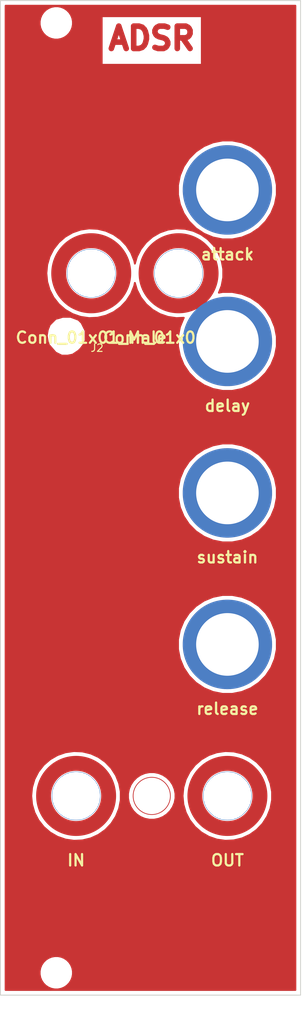
<source format=kicad_pcb>
(kicad_pcb (version 20171130) (host pcbnew 5.1.4-e60b266~84~ubuntu19.04.1)

  (general
    (thickness 1.6)
    (drawings 6)
    (tracks 0)
    (zones 0)
    (modules 13)
    (nets 1)
  )

  (page A4)
  (layers
    (0 F.Cu signal)
    (31 B.Cu signal)
    (32 B.Adhes user)
    (33 F.Adhes user)
    (34 B.Paste user)
    (35 F.Paste user)
    (36 B.SilkS user)
    (37 F.SilkS user)
    (38 B.Mask user)
    (39 F.Mask user)
    (40 Dwgs.User user)
    (41 Cmts.User user)
    (42 Eco1.User user)
    (43 Eco2.User user)
    (44 Edge.Cuts user)
    (45 Margin user)
    (46 B.CrtYd user)
    (47 F.CrtYd user)
    (48 B.Fab user)
    (49 F.Fab user)
  )

  (setup
    (last_trace_width 0.25)
    (trace_clearance 0.2)
    (zone_clearance 0.508)
    (zone_45_only no)
    (trace_min 0.2)
    (via_size 0.8)
    (via_drill 0.4)
    (via_min_size 0.4)
    (via_min_drill 0.3)
    (uvia_size 0.3)
    (uvia_drill 0.1)
    (uvias_allowed no)
    (uvia_min_size 0.2)
    (uvia_min_drill 0.1)
    (edge_width 0.05)
    (segment_width 0.2)
    (pcb_text_width 0.3)
    (pcb_text_size 1.5 1.5)
    (mod_edge_width 0.12)
    (mod_text_size 1 1)
    (mod_text_width 0.15)
    (pad_size 12 12)
    (pad_drill 8.4)
    (pad_to_mask_clearance 0.051)
    (solder_mask_min_width 0.25)
    (aux_axis_origin 0 0)
    (visible_elements FFFFFF7F)
    (pcbplotparams
      (layerselection 0x010fc_ffffffff)
      (usegerberextensions false)
      (usegerberattributes false)
      (usegerberadvancedattributes false)
      (creategerberjobfile false)
      (excludeedgelayer true)
      (linewidth 0.100000)
      (plotframeref false)
      (viasonmask false)
      (mode 1)
      (useauxorigin false)
      (hpglpennumber 1)
      (hpglpenspeed 20)
      (hpglpendiameter 15.000000)
      (psnegative false)
      (psa4output false)
      (plotreference true)
      (plotvalue true)
      (plotinvisibletext false)
      (padsonsilk false)
      (subtractmaskfromsilk false)
      (outputformat 1)
      (mirror false)
      (drillshape 1)
      (scaleselection 1)
      (outputdirectory ""))
  )

  (net 0 "")

  (net_class Default "This is the default net class."
    (clearance 0.2)
    (trace_width 0.25)
    (via_dia 0.8)
    (via_drill 0.4)
    (uvia_dia 0.3)
    (uvia_drill 0.1)
  )

  (module elektrophon:SWITCH_HOLE (layer F.Cu) (tedit 5D6292B0) (tstamp 5D6305A7)
    (at 49.322 61.976)
    (path /5D62FAC6)
    (fp_text reference J4 (at 0 -6.604) (layer F.SilkS) hide
      (effects (font (size 1 1) (thickness 0.15)))
    )
    (fp_text value Conn_01x01_Male (at 0 8.636) (layer F.SilkS)
      (effects (font (size 1.524 1.524) (thickness 0.3)))
    )
    (fp_circle (center 0 0) (end 4.369981 0) (layer F.Cu) (width 2))
    (pad "" thru_hole circle (at 0 0) (size 6.5 6.5) (drill 6.4) (layers *.Cu *.Mask)
      (zone_connect 0))
    (model "/home/etienne/Projects/elektrophon/lib/kicad/models/SPDT Toggle Switch.stp"
      (offset (xyz 12.5 3.5 -11.5))
      (scale (xyz 1 1 1))
      (rotate (xyz -90 0 0))
    )
  )

  (module elektrophon:LED_Monitor (layer F.Cu) (tedit 5D62B726) (tstamp 5D6305A1)
    (at 34.238051 70.351283)
    (descr "Imported from LED Monitor.svg")
    (tags svg2mod)
    (path /5D62F2A4)
    (zone_connect 2)
    (attr smd)
    (fp_text reference J3 (at 0 -5.054774) (layer F.SilkS) hide
      (effects (font (size 1.524 1.524) (thickness 0.3048)))
    )
    (fp_text value Conn_01x01_Male (at 0 5.054774) (layer F.SilkS) hide
      (effects (font (size 1.524 1.524) (thickness 0.3048)))
    )
    (pad 1 connect custom (at 0 0) (size 5 5) (layers *.Mask)
      (zone_connect 2)
      (options (clearance outline) (anchor circle))
      (primitives
        (gr_circle (center 0 0) (end 2.286 0) (width 0.1))
      ))
  )

  (module "elektrophon:LED Monitor" (layer F.Cu) (tedit 5D626FB3) (tstamp 5D63059A)
    (at 38.377019 69.461019)
    (path /5D62F7DE)
    (fp_text reference J2 (at 0 2.54) (layer F.SilkS)
      (effects (font (size 1 1) (thickness 0.15)))
    )
    (fp_text value Conn_01x01_Male (at 0 -2.54) (layer F.Fab)
      (effects (font (size 1 1) (thickness 0.15)))
    )
    (fp_circle (center 0 0) (end 0.75 0) (layer B.Mask) (width 0.75))
    (fp_circle (center 0 0) (end 0.75 0) (layer F.Mask) (width 0.75))
  )

  (module elektrophon:JACK_HOLE (layer F.Cu) (tedit 5D6241AD) (tstamp 5D630594)
    (at 37.592 61.976)
    (path /5D62EC9E)
    (fp_text reference J1 (at 0 -6.604) (layer F.SilkS) hide
      (effects (font (size 1 1) (thickness 0.15)))
    )
    (fp_text value Conn_01x01_Male (at 0 8.636) (layer F.SilkS)
      (effects (font (size 1.524 1.524) (thickness 0.3)))
    )
    (fp_circle (center 0 0) (end 4.369981 0) (layer F.Cu) (width 2))
    (pad "" thru_hole circle (at 0 0) (size 6.5 6.5) (drill 6.4) (layers *.Cu *.Mask)
      (zone_connect 0))
    (model "/home/etienne/Projects/elektrophon/lib/kicad/models/PJ301M-12 Thonkiconn v0.2.stp"
      (offset (xyz 0 1 -11))
      (scale (xyz 1 1 1))
      (rotate (xyz 0 0 0))
    )
  )

  (module elektrophon:LED_Monitor (layer F.Cu) (tedit 5D62B726) (tstamp 5D62C489)
    (at 45.72 132.08)
    (descr "Imported from LED Monitor.svg")
    (tags svg2mod)
    (zone_connect 2)
    (attr smd)
    (fp_text reference svg2mod (at 0 -8.240009) (layer F.SilkS) hide
      (effects (font (size 1.524 1.524) (thickness 0.3048)))
    )
    (fp_text value G*** (at 0 8.240009) (layer F.SilkS) hide
      (effects (font (size 1.524 1.524) (thickness 0.3048)))
    )
    (pad 1 connect custom (at 0 0) (size 5 5) (layers *.Mask)
      (zone_connect 2)
      (options (clearance outline) (anchor circle))
      (primitives
        (gr_circle (center 0 0) (end 2.286 0) (width 0.1))
      ))
  )

  (module elektrophon:pot_mask (layer F.Cu) (tedit 5D628A2E) (tstamp 5D59F607)
    (at 55.88 111.76)
    (descr "Imported from pot-mask.svg")
    (tags svg2mod)
    (attr smd)
    (fp_text reference "" (at 0 -10.16) (layer F.SilkS) hide
      (effects (font (size 1.524 1.524) (thickness 0.3048)))
    )
    (fp_text value release (at 0 8.636) (layer F.SilkS)
      (effects (font (size 1.524 1.524) (thickness 0.3048)))
    )
    (fp_arc (start 0 0) (end 4.064 7.112) (angle -300) (layer F.Mask) (width 1))
    (pad "" np_thru_hole circle (at 0 0) (size 12 12) (drill 8.4) (layers *.Cu *.Mask))
    (model "/home/etienne/Projects/elektrophon/lib/kicad/models/chroma cap.step"
      (offset (xyz 0 0 8))
      (scale (xyz 1 1 1))
      (rotate (xyz -90 0 0))
    )
  )

  (module MountingHole:MountingHole_3.2mm_M3_DIN965 (layer F.Cu) (tedit 56D1B4CB) (tstamp 5D628F94)
    (at 32.9 155.8)
    (descr "Mounting Hole 3.2mm, no annular, M3, DIN965")
    (tags "mounting hole 3.2mm no annular m3 din965")
    (attr virtual)
    (fp_text reference REF** (at 0 -3.8) (layer F.SilkS) hide
      (effects (font (size 1 1) (thickness 0.15)))
    )
    (fp_text value MountingHole_3.2mm_M3_DIN965 (at 0 3.8) (layer F.Fab) hide
      (effects (font (size 1 1) (thickness 0.15)))
    )
    (fp_circle (center 0 0) (end 3.05 0) (layer F.CrtYd) (width 0.05))
    (fp_circle (center 0 0) (end 2.8 0) (layer Cmts.User) (width 0.15))
    (fp_text user %R (at 0.3 0) (layer F.Fab)
      (effects (font (size 1 1) (thickness 0.15)))
    )
    (pad 1 np_thru_hole circle (at 0 0) (size 3.2 3.2) (drill 3.2) (layers *.Cu *.Mask))
  )

  (module MountingHole:MountingHole_3.2mm_M3_DIN965 (layer F.Cu) (tedit 56D1B4CB) (tstamp 5D628F5A)
    (at 32.9 28.4)
    (descr "Mounting Hole 3.2mm, no annular, M3, DIN965")
    (tags "mounting hole 3.2mm no annular m3 din965")
    (attr virtual)
    (fp_text reference REF** (at 0 -3.8) (layer F.SilkS) hide
      (effects (font (size 1 1) (thickness 0.15)))
    )
    (fp_text value MountingHole_3.2mm_M3_DIN965 (at 0 3.8) (layer F.Fab) hide
      (effects (font (size 1 1) (thickness 0.15)))
    )
    (fp_circle (center 0 0) (end 3.05 0) (layer F.CrtYd) (width 0.05))
    (fp_circle (center 0 0) (end 2.8 0) (layer Cmts.User) (width 0.15))
    (fp_text user %R (at 0.3 0) (layer F.Fab)
      (effects (font (size 1 1) (thickness 0.15)))
    )
    (pad 1 np_thru_hole circle (at 0 0) (size 3.2 3.2) (drill 3.2) (layers *.Cu *.Mask))
  )

  (module elektrophon:pot_mask (layer F.Cu) (tedit 5D628A2E) (tstamp 5D59B564)
    (at 55.88 50.8)
    (descr "Imported from pot-mask.svg")
    (tags svg2mod)
    (attr smd)
    (fp_text reference svg2mod (at 0 -10.16) (layer F.SilkS) hide
      (effects (font (size 1.524 1.524) (thickness 0.3048)))
    )
    (fp_text value attack (at 0 8.636) (layer F.SilkS)
      (effects (font (size 1.524 1.524) (thickness 0.3048)))
    )
    (fp_arc (start 0 0) (end 4.064 7.112) (angle -300) (layer F.Mask) (width 1))
    (pad "" np_thru_hole circle (at 0 0) (size 12 12) (drill 8.4) (layers *.Cu *.Mask))
    (model "/home/etienne/Projects/elektrophon/lib/kicad/models/chroma cap.step"
      (offset (xyz 0 0 8))
      (scale (xyz 1 1 1))
      (rotate (xyz -90 0 0))
    )
  )

  (module elektrophon:pot_mask (layer F.Cu) (tedit 5D628A2E) (tstamp 5D59ADFA)
    (at 55.88 91.44)
    (descr "Imported from pot-mask.svg")
    (tags svg2mod)
    (attr smd)
    (fp_text reference svg2mod (at 0 -10.16) (layer F.SilkS) hide
      (effects (font (size 1.524 1.524) (thickness 0.3048)))
    )
    (fp_text value sustain (at 0 8.636) (layer F.SilkS)
      (effects (font (size 1.524 1.524) (thickness 0.3048)))
    )
    (fp_arc (start 0 0) (end 4.064 7.112) (angle -300) (layer F.Mask) (width 1))
    (pad "" np_thru_hole circle (at 0 0) (size 12 12) (drill 8.4) (layers *.Cu *.Mask))
    (model "/home/etienne/Projects/elektrophon/lib/kicad/models/chroma cap.step"
      (offset (xyz 0 0 8))
      (scale (xyz 1 1 1))
      (rotate (xyz -90 0 0))
    )
  )

  (module elektrophon:JACK_HOLE (layer F.Cu) (tedit 5D6241AD) (tstamp 5D59A4F9)
    (at 35.56 132.08)
    (fp_text reference REF** (at 0 -6.604) (layer F.SilkS) hide
      (effects (font (size 1 1) (thickness 0.15)))
    )
    (fp_text value IN (at 0 8.636) (layer F.SilkS)
      (effects (font (size 1.524 1.524) (thickness 0.3)))
    )
    (fp_circle (center 0 0) (end 4.369981 0) (layer F.Cu) (width 2))
    (pad "" thru_hole circle (at 0 0) (size 6.5 6.5) (drill 6.4) (layers *.Cu *.Mask)
      (zone_connect 0))
    (model "/home/etienne/Projects/elektrophon/lib/kicad/models/PJ301M-12 Thonkiconn v0.2.stp"
      (offset (xyz 0 1 -11))
      (scale (xyz 1 1 1))
      (rotate (xyz 0 0 0))
    )
  )

  (module elektrophon:pot_mask (layer F.Cu) (tedit 5D628A2E) (tstamp 5D599E88)
    (at 55.88 71.12)
    (descr "Imported from pot-mask.svg")
    (tags svg2mod)
    (attr smd)
    (fp_text reference "" (at 0 -10.16) (layer F.SilkS) hide
      (effects (font (size 1.524 1.524) (thickness 0.3048)))
    )
    (fp_text value delay (at 0 8.636) (layer F.SilkS)
      (effects (font (size 1.524 1.524) (thickness 0.3048)))
    )
    (fp_arc (start 0 0) (end 4.064 7.112) (angle -300) (layer F.Mask) (width 1))
    (pad "" np_thru_hole circle (at 0 0) (size 12 12) (drill 8.4) (layers *.Cu *.Mask))
    (model "/home/etienne/Projects/elektrophon/lib/kicad/models/chroma cap.step"
      (offset (xyz 0 0 8))
      (scale (xyz 1 1 1))
      (rotate (xyz -90 0 0))
    )
  )

  (module elektrophon:JACK_HOLE (layer F.Cu) (tedit 5D6241AD) (tstamp 5D599112)
    (at 55.88 132.08)
    (fp_text reference REF** (at 0 -6.604) (layer F.SilkS) hide
      (effects (font (size 1 1) (thickness 0.15)))
    )
    (fp_text value OUT (at 0 8.636) (layer F.SilkS)
      (effects (font (size 1.524 1.524) (thickness 0.3)))
    )
    (fp_circle (center 0 0) (end 4.369981 0) (layer F.Cu) (width 2))
    (pad "" thru_hole circle (at 0 0) (size 6.5 6.5) (drill 6.4) (layers *.Cu *.Mask)
      (zone_connect 0))
    (model "/home/etienne/Projects/elektrophon/lib/kicad/models/PJ301M-12 Thonkiconn v0.2.stp"
      (offset (xyz 0 1 -11))
      (scale (xyz 1 1 1))
      (rotate (xyz 0 0 0))
    )
  )

  (gr_circle (center 45.72 132.08) (end 48.22 132.08) (layer F.Cu) (width 0.1))
  (gr_text ADSR (at 45.72 30.48) (layer F.Cu)
    (effects (font (size 3 3) (thickness 0.75)))
  )
  (gr_line (start 65.7 158.8) (end 25.4 158.8) (layer Edge.Cuts) (width 0.12))
  (gr_line (start 65.7 25.4) (end 65.7 158.8) (layer Edge.Cuts) (width 0.12))
  (gr_line (start 25.4 25.4) (end 25.4 158.8) (layer Edge.Cuts) (width 0.12))
  (gr_line (start 25.4 25.4) (end 65.7 25.4) (layer Edge.Cuts) (width 0.12))

  (zone (net 0) (net_name "") (layer F.Cu) (tstamp 5D6308FA) (hatch edge 0.508)
    (connect_pads (clearance 0.508))
    (min_thickness 0.254)
    (fill yes (arc_segments 32) (thermal_gap 0.508) (thermal_bridge_width 0.508))
    (polygon
      (pts
        (xy 66.04 162.56) (xy 25.4 162.56) (xy 25.4 25.4) (xy 66.04 25.4)
      )
    )
    (polygon
      (pts
        (xy 44.45 130.302) (xy 43.815 131.064) (xy 43.434 131.826) (xy 43.561 132.588) (xy 43.815 133.35)
        (xy 44.323 133.858) (xy 44.958 134.239) (xy 46.101 134.366) (xy 46.863 134.112) (xy 47.498 133.477)
        (xy 48.006 132.842) (xy 48.133 132.207) (xy 48.006 131.445) (xy 47.371 130.556) (xy 46.482 130.048)
        (xy 45.339 129.921)
      )
    )
    (polygon
      (pts
        (xy 33.782 67.945) (xy 33.401 68.072) (xy 32.893 68.199) (xy 32.131 68.961) (xy 31.877 69.596)
        (xy 31.75 70.358) (xy 31.877 71.12) (xy 32.004 71.501) (xy 32.893 72.517) (xy 33.655 72.898)
        (xy 34.417 72.898) (xy 35.052 72.771) (xy 35.814 72.263) (xy 36.068 72.009) (xy 36.449 71.501)
        (xy 36.703 70.993) (xy 36.703 69.723) (xy 36.449 69.215) (xy 36.195 68.707) (xy 35.814 68.326)
        (xy 34.798 67.945)
      )
    )
    (filled_polygon
      (pts
        (xy 65.005001 158.105) (xy 26.095 158.105) (xy 26.095 155.579872) (xy 30.665 155.579872) (xy 30.665 156.020128)
        (xy 30.75089 156.451925) (xy 30.919369 156.858669) (xy 31.163962 157.224729) (xy 31.475271 157.536038) (xy 31.841331 157.780631)
        (xy 32.248075 157.94911) (xy 32.679872 158.035) (xy 33.120128 158.035) (xy 33.551925 157.94911) (xy 33.958669 157.780631)
        (xy 34.324729 157.536038) (xy 34.636038 157.224729) (xy 34.880631 156.858669) (xy 35.04911 156.451925) (xy 35.135 156.020128)
        (xy 35.135 155.579872) (xy 35.04911 155.148075) (xy 34.880631 154.741331) (xy 34.636038 154.375271) (xy 34.324729 154.063962)
        (xy 33.958669 153.819369) (xy 33.551925 153.65089) (xy 33.120128 153.565) (xy 32.679872 153.565) (xy 32.248075 153.65089)
        (xy 31.841331 153.819369) (xy 31.475271 154.063962) (xy 31.163962 154.375271) (xy 30.919369 154.741331) (xy 30.75089 155.148075)
        (xy 30.665 155.579872) (xy 26.095 155.579872) (xy 26.095 132.08) (xy 29.535019 132.08) (xy 29.643898 133.220235)
        (xy 29.966601 134.319259) (xy 30.491463 135.337351) (xy 31.199516 136.237713) (xy 32.065168 136.987805) (xy 33.057132 137.560515)
        (xy 34.139557 137.935146) (xy 35.27332 138.098157) (xy 36.417444 138.043655) (xy 37.530578 137.773612) (xy 38.572491 137.297787)
        (xy 39.505523 136.633377) (xy 40.295955 135.804396) (xy 40.915217 134.840806) (xy 41.340927 133.777433) (xy 41.557699 132.652711)
        (xy 41.557699 131.765855) (xy 42.530433 131.765855) (xy 42.530433 132.394145) (xy 42.653006 133.010362) (xy 42.893442 133.590827)
        (xy 43.242501 134.11323) (xy 43.68677 134.557499) (xy 44.209173 134.906558) (xy 44.789638 135.146994) (xy 45.405855 135.269567)
        (xy 46.034145 135.269567) (xy 46.650362 135.146994) (xy 47.230827 134.906558) (xy 47.75323 134.557499) (xy 48.197499 134.11323)
        (xy 48.546558 133.590827) (xy 48.786994 133.010362) (xy 48.909567 132.394145) (xy 48.909567 132.08) (xy 49.855019 132.08)
        (xy 49.963898 133.220235) (xy 50.286601 134.319259) (xy 50.811463 135.337351) (xy 51.519516 136.237713) (xy 52.385168 136.987805)
        (xy 53.377132 137.560515) (xy 54.459557 137.935146) (xy 55.59332 138.098157) (xy 56.737444 138.043655) (xy 57.850578 137.773612)
        (xy 58.892491 137.297787) (xy 59.825523 136.633377) (xy 60.615955 135.804396) (xy 61.235217 134.840806) (xy 61.660927 133.777433)
        (xy 61.877699 132.652711) (xy 61.877699 131.507289) (xy 61.660927 130.382567) (xy 61.235217 129.319194) (xy 60.615955 128.355604)
        (xy 59.825523 127.526623) (xy 58.892491 126.862213) (xy 57.850578 126.386388) (xy 56.737444 126.116345) (xy 55.59332 126.061843)
        (xy 54.459557 126.224854) (xy 53.377132 126.599485) (xy 52.385168 127.172195) (xy 51.519516 127.922287) (xy 50.811463 128.822649)
        (xy 50.286601 129.840741) (xy 49.963898 130.939765) (xy 49.855019 132.08) (xy 48.909567 132.08) (xy 48.909567 131.765855)
        (xy 48.786994 131.149638) (xy 48.546558 130.569173) (xy 48.197499 130.04677) (xy 47.75323 129.602501) (xy 47.230827 129.253442)
        (xy 46.650362 129.013006) (xy 46.034145 128.890433) (xy 45.405855 128.890433) (xy 44.789638 129.013006) (xy 44.209173 129.253442)
        (xy 43.68677 129.602501) (xy 43.242501 130.04677) (xy 42.893442 130.569173) (xy 42.653006 131.149638) (xy 42.530433 131.765855)
        (xy 41.557699 131.765855) (xy 41.557699 131.507289) (xy 41.340927 130.382567) (xy 40.915217 129.319194) (xy 40.295955 128.355604)
        (xy 39.505523 127.526623) (xy 38.572491 126.862213) (xy 37.530578 126.386388) (xy 36.417444 126.116345) (xy 35.27332 126.061843)
        (xy 34.139557 126.224854) (xy 33.057132 126.599485) (xy 32.065168 127.172195) (xy 31.199516 127.922287) (xy 30.491463 128.822649)
        (xy 29.966601 129.840741) (xy 29.643898 130.939765) (xy 29.535019 132.08) (xy 26.095 132.08) (xy 26.095 111.10651)
        (xy 49.245 111.10651) (xy 49.245 112.41349) (xy 49.499979 113.695358) (xy 50.000139 114.902851) (xy 50.726259 115.989566)
        (xy 51.650434 116.913741) (xy 52.737149 117.639861) (xy 53.944642 118.140021) (xy 55.22651 118.395) (xy 56.53349 118.395)
        (xy 57.815358 118.140021) (xy 59.022851 117.639861) (xy 60.109566 116.913741) (xy 61.033741 115.989566) (xy 61.759861 114.902851)
        (xy 62.260021 113.695358) (xy 62.515 112.41349) (xy 62.515 111.10651) (xy 62.260021 109.824642) (xy 61.759861 108.617149)
        (xy 61.033741 107.530434) (xy 60.109566 106.606259) (xy 59.022851 105.880139) (xy 57.815358 105.379979) (xy 56.53349 105.125)
        (xy 55.22651 105.125) (xy 53.944642 105.379979) (xy 52.737149 105.880139) (xy 51.650434 106.606259) (xy 50.726259 107.530434)
        (xy 50.000139 108.617149) (xy 49.499979 109.824642) (xy 49.245 111.10651) (xy 26.095 111.10651) (xy 26.095 90.78651)
        (xy 49.245 90.78651) (xy 49.245 92.09349) (xy 49.499979 93.375358) (xy 50.000139 94.582851) (xy 50.726259 95.669566)
        (xy 51.650434 96.593741) (xy 52.737149 97.319861) (xy 53.944642 97.820021) (xy 55.22651 98.075) (xy 56.53349 98.075)
        (xy 57.815358 97.820021) (xy 59.022851 97.319861) (xy 60.109566 96.593741) (xy 61.033741 95.669566) (xy 61.759861 94.582851)
        (xy 62.260021 93.375358) (xy 62.515 92.09349) (xy 62.515 90.78651) (xy 62.260021 89.504642) (xy 61.759861 88.297149)
        (xy 61.033741 87.210434) (xy 60.109566 86.286259) (xy 59.022851 85.560139) (xy 57.815358 85.059979) (xy 56.53349 84.805)
        (xy 55.22651 84.805) (xy 53.944642 85.059979) (xy 52.737149 85.560139) (xy 51.650434 86.286259) (xy 50.726259 87.210434)
        (xy 50.000139 88.297149) (xy 49.499979 89.504642) (xy 49.245 90.78651) (xy 26.095 90.78651) (xy 26.095 70.361962)
        (xy 31.623062 70.361962) (xy 31.624728 70.378879) (xy 31.751728 71.140879) (xy 31.756517 71.160161) (xy 31.883517 71.541161)
        (xy 31.893667 71.563894) (xy 31.908423 71.58463) (xy 32.797423 72.60063) (xy 32.815575 72.617669) (xy 32.836204 72.630592)
        (xy 33.598204 73.011592) (xy 33.621456 73.02049) (xy 33.655 73.025) (xy 34.417 73.025) (xy 34.441907 73.022534)
        (xy 35.076907 72.895534) (xy 35.100724 72.888282) (xy 35.122447 72.87667) (xy 35.884447 72.36867) (xy 35.903803 72.352803)
        (xy 36.157803 72.098803) (xy 36.1696 72.0852) (xy 36.5506 71.5772) (xy 36.562592 71.557796) (xy 36.816592 71.049796)
        (xy 36.82549 71.026544) (xy 36.83 70.993) (xy 36.83 69.723) (xy 36.82756 69.698224) (xy 36.816592 69.666204)
        (xy 36.308592 68.650204) (xy 36.295329 68.629134) (xy 36.284803 68.617197) (xy 35.903803 68.236197) (xy 35.884557 68.220403)
        (xy 35.858593 68.207086) (xy 34.842593 67.826086) (xy 34.818537 67.819671) (xy 34.798 67.818) (xy 33.782 67.818)
        (xy 33.757224 67.82044) (xy 33.741839 67.824517) (xy 33.365462 67.949976) (xy 32.862198 68.075792) (xy 32.838753 68.084168)
        (xy 32.817393 68.096958) (xy 32.803197 68.109197) (xy 32.041197 68.871197) (xy 32.025403 68.890443) (xy 32.013083 68.913833)
        (xy 31.759083 69.548833) (xy 31.751728 69.575121) (xy 31.624728 70.337121) (xy 31.623062 70.361962) (xy 26.095 70.361962)
        (xy 26.095 61.976) (xy 31.567019 61.976) (xy 31.675898 63.116235) (xy 31.998601 64.215259) (xy 32.523463 65.233351)
        (xy 33.231516 66.133713) (xy 34.097168 66.883805) (xy 35.089132 67.456515) (xy 36.171557 67.831146) (xy 37.30532 67.994157)
        (xy 38.449444 67.939655) (xy 39.562578 67.669612) (xy 40.604491 67.193787) (xy 41.537523 66.529377) (xy 42.327955 65.700396)
        (xy 42.947217 64.736806) (xy 43.372927 63.673433) (xy 43.450827 63.269249) (xy 43.728601 64.215259) (xy 44.253463 65.233351)
        (xy 44.961516 66.133713) (xy 45.827168 66.883805) (xy 46.819132 67.456515) (xy 47.901557 67.831146) (xy 49.03532 67.994157)
        (xy 50.02012 67.947245) (xy 50.000139 67.977149) (xy 49.499979 69.184642) (xy 49.245 70.46651) (xy 49.245 71.77349)
        (xy 49.499979 73.055358) (xy 50.000139 74.262851) (xy 50.726259 75.349566) (xy 51.650434 76.273741) (xy 52.737149 76.999861)
        (xy 53.944642 77.500021) (xy 55.22651 77.755) (xy 56.53349 77.755) (xy 57.815358 77.500021) (xy 59.022851 76.999861)
        (xy 60.109566 76.273741) (xy 61.033741 75.349566) (xy 61.759861 74.262851) (xy 62.260021 73.055358) (xy 62.515 71.77349)
        (xy 62.515 70.46651) (xy 62.260021 69.184642) (xy 61.759861 67.977149) (xy 61.033741 66.890434) (xy 60.109566 65.966259)
        (xy 59.022851 65.240139) (xy 57.815358 64.739979) (xy 56.53349 64.485) (xy 55.22651 64.485) (xy 54.739221 64.581928)
        (xy 55.102927 63.673433) (xy 55.319699 62.548711) (xy 55.319699 61.403289) (xy 55.102927 60.278567) (xy 54.677217 59.215194)
        (xy 54.057955 58.251604) (xy 53.267523 57.422623) (xy 52.334491 56.758213) (xy 51.292578 56.282388) (xy 50.179444 56.012345)
        (xy 49.03532 55.957843) (xy 47.901557 56.120854) (xy 46.819132 56.495485) (xy 45.827168 57.068195) (xy 44.961516 57.818287)
        (xy 44.253463 58.718649) (xy 43.728601 59.736741) (xy 43.450827 60.682751) (xy 43.372927 60.278567) (xy 42.947217 59.215194)
        (xy 42.327955 58.251604) (xy 41.537523 57.422623) (xy 40.604491 56.758213) (xy 39.562578 56.282388) (xy 38.449444 56.012345)
        (xy 37.30532 55.957843) (xy 36.171557 56.120854) (xy 35.089132 56.495485) (xy 34.097168 57.068195) (xy 33.231516 57.818287)
        (xy 32.523463 58.718649) (xy 31.998601 59.736741) (xy 31.675898 60.835765) (xy 31.567019 61.976) (xy 26.095 61.976)
        (xy 26.095 50.14651) (xy 49.245 50.14651) (xy 49.245 51.45349) (xy 49.499979 52.735358) (xy 50.000139 53.942851)
        (xy 50.726259 55.029566) (xy 51.650434 55.953741) (xy 52.737149 56.679861) (xy 53.944642 57.180021) (xy 55.22651 57.435)
        (xy 56.53349 57.435) (xy 57.815358 57.180021) (xy 59.022851 56.679861) (xy 60.109566 55.953741) (xy 61.033741 55.029566)
        (xy 61.759861 53.942851) (xy 62.260021 52.735358) (xy 62.515 51.45349) (xy 62.515 50.14651) (xy 62.260021 48.864642)
        (xy 61.759861 47.657149) (xy 61.033741 46.570434) (xy 60.109566 45.646259) (xy 59.022851 44.920139) (xy 57.815358 44.419979)
        (xy 56.53349 44.165) (xy 55.22651 44.165) (xy 53.944642 44.419979) (xy 52.737149 44.920139) (xy 51.650434 45.646259)
        (xy 50.726259 46.570434) (xy 50.000139 47.657149) (xy 49.499979 48.864642) (xy 49.245 50.14651) (xy 26.095 50.14651)
        (xy 26.095 28.179872) (xy 30.665 28.179872) (xy 30.665 28.620128) (xy 30.75089 29.051925) (xy 30.919369 29.458669)
        (xy 31.163962 29.824729) (xy 31.475271 30.136038) (xy 31.841331 30.380631) (xy 32.248075 30.54911) (xy 32.679872 30.635)
        (xy 33.120128 30.635) (xy 33.551925 30.54911) (xy 33.958669 30.380631) (xy 34.324729 30.136038) (xy 34.636038 29.824729)
        (xy 34.880631 29.458669) (xy 35.04911 29.051925) (xy 35.135 28.620128) (xy 35.135 28.179872) (xy 35.04911 27.748075)
        (xy 34.945319 27.4975) (xy 38.995715 27.4975) (xy 38.995715 34.0175) (xy 52.444286 34.0175) (xy 52.444286 27.4975)
        (xy 38.995715 27.4975) (xy 34.945319 27.4975) (xy 34.880631 27.341331) (xy 34.636038 26.975271) (xy 34.324729 26.663962)
        (xy 33.958669 26.419369) (xy 33.551925 26.25089) (xy 33.120128 26.165) (xy 32.679872 26.165) (xy 32.248075 26.25089)
        (xy 31.841331 26.419369) (xy 31.475271 26.663962) (xy 31.163962 26.975271) (xy 30.919369 27.341331) (xy 30.75089 27.748075)
        (xy 30.665 28.179872) (xy 26.095 28.179872) (xy 26.095 26.095) (xy 65.005 26.095)
      )
    )
  )
)

</source>
